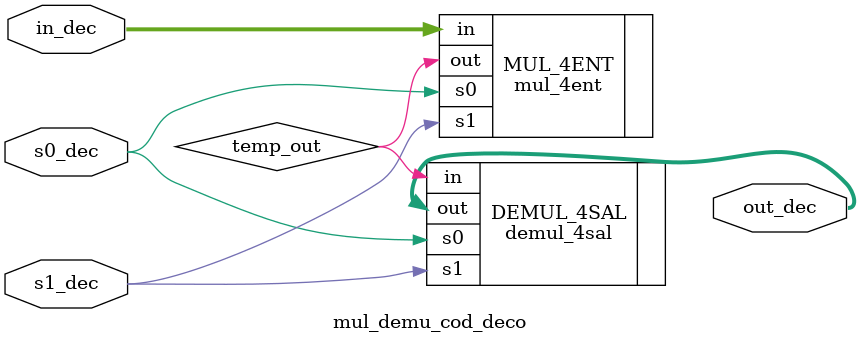
<source format=v>
module mul_demu_cod_deco(
    input wire [3:0] in_dec,
    output reg [3:0] out_dec,
    input wire s0_dec,s1_dec
);

//temporal reg
wire temp_out;
reg[3:0] temp_out_reg;


mul_4ent MUL_4ENT(
    .in(in_dec),
    .out(temp_out),
    .s0(s0_dec),
    .s1(s1_dec)
);


demul_4sal DEMUL_4SAL(
    .in(temp_out),
    .s0(s0_dec),
    .s1(s1_dec),
    .out(out_dec)
);


endmodule
</source>
